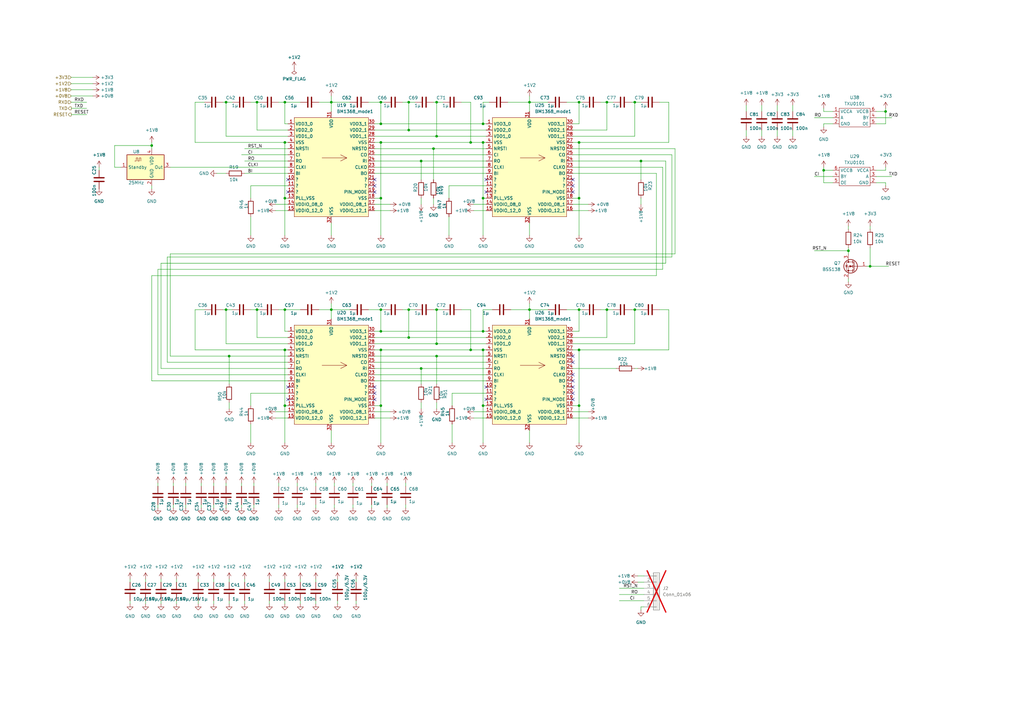
<source format=kicad_sch>
(kicad_sch (version 20231120) (generator "eeschema") (generator_version "8.0")
  (paper "A3")
  (title_block (title "BM1366 PiAxe") (date "2023-10-10") (rev "202"))
  (junction (at 217.17 41.91))
  (junction (at 262.89 66.04))
  (junction (at 156.21 41.91))
  (junction (at 167.64 127))
  (junction (at 248.92 41.91))
  (junction (at 198.12 166.37))
  (junction (at 167.64 41.91))
  (junction (at 237.49 127))
  (junction (at 92.71 127))
  (junction (at 105.41 127))
  (junction (at 92.71 41.91))
  (junction (at 179.07 127))
  (junction (at 135.89 127))
  (junction (at 116.84 166.37))
  (junction (at 237.49 166.37))
  (junction (at 156.21 50.8))
  (junction (at 356.87 109.22))
  (junction (at 62.23 59.69))
  (junction (at 116.84 127))
  (junction (at 116.84 143.51))
  (junction (at 193.04 58.42))
  (junction (at 198.12 135.89))
  (junction (at 93.98 146.05))
  (junction (at 198.12 81.28))
  (junction (at 156.21 127))
  (junction (at 237.49 81.28))
  (junction (at 237.49 58.42))
  (junction (at 260.35 41.91))
  (junction (at 177.8 60.96))
  (junction (at 193.04 143.51))
  (junction (at 172.72 151.13))
  (junction (at 198.12 50.8))
  (junction (at 363.22 45.72))
  (junction (at 156.21 135.89))
  (junction (at 237.49 143.51))
  (junction (at 135.89 41.91))
  (junction (at 179.07 146.05))
  (junction (at 260.35 127))
  (junction (at 156.21 143.51))
  (junction (at 105.41 41.91))
  (junction (at 156.21 166.37))
  (junction (at 237.49 41.91))
  (junction (at 347.98 102.87))
  (junction (at 116.84 58.42))
  (junction (at 248.92 127))
  (junction (at 179.07 140.97))
  (junction (at 172.72 66.04))
  (junction (at 217.17 127))
  (junction (at 167.64 138.43))
  (junction (at 116.84 41.91))
  (junction (at 116.84 81.28))
  (junction (at 156.21 58.42))
  (junction (at 179.07 55.88))
  (junction (at 198.12 58.42))
  (junction (at 156.21 81.28))
  (junction (at 167.64 53.34))
  (junction (at 179.07 41.91))
  (junction (at 198.12 143.51))
  (junction (at 337.82 69.85))
  (no_connect (at 234.95 73.66))
  (no_connect (at 153.67 163.83))
  (no_connect (at 153.67 158.75))
  (no_connect (at 234.95 78.74))
  (no_connect (at 118.11 163.83))
  (no_connect (at 153.67 161.29))
  (no_connect (at 234.95 153.67))
  (no_connect (at 234.95 161.29))
  (no_connect (at 234.95 148.59))
  (no_connect (at 234.95 156.21))
  (no_connect (at 153.67 73.66))
  (no_connect (at 153.67 76.2))
  (no_connect (at 234.95 158.75))
  (no_connect (at 234.95 163.83))
  (no_connect (at 199.39 158.75))
  (no_connect (at 199.39 78.74))
  (no_connect (at 199.39 163.83))
  (no_connect (at 234.95 146.05))
  (no_connect (at 199.39 73.66))
  (no_connect (at 153.67 78.74))
  (no_connect (at 118.11 78.74))
  (no_connect (at 118.11 158.75))
  (no_connect (at 118.11 73.66))
  (no_connect (at 234.95 76.2))
  (wire (pts (xy 153.67 151.13) (xy 172.72 151.13)))
  (wire (pts (xy 151.13 127) (xy 156.21 127)))
  (wire (pts (xy 87.63 246.38) (xy 87.63 247.65)))
  (wire (pts (xy 129.54 207.01) (xy 129.54 208.28)))
  (wire (pts (xy 185.42 161.29) (xy 199.39 161.29)))
  (wire (pts (xy 156.21 143.51) (xy 156.21 166.37)))
  (wire (pts (xy 62.23 59.69) (xy 62.23 60.96)))
  (wire (pts (xy 347.98 92.71) (xy 347.98 93.98)))
  (wire (pts (xy 172.72 66.04) (xy 172.72 73.66)))
  (wire (pts (xy 66.04 246.38) (xy 66.04 247.65)))
  (wire (pts (xy 66.04 107.95) (xy 66.04 151.13)))
  (wire (pts (xy 259.08 127) (xy 260.35 127)))
  (wire (pts (xy 234.95 53.34) (xy 248.92 53.34)))
  (wire (pts (xy 337.82 50.8) (xy 341.63 50.8)))
  (wire (pts (xy 167.64 138.43) (xy 199.39 138.43)))
  (wire (pts (xy 177.8 60.96) (xy 177.8 73.66)))
  (wire (pts (xy 29.21 34.29) (xy 38.1 34.29)))
  (wire (pts (xy 137.16 199.39) (xy 137.16 198.12)))
  (wire (pts (xy 179.07 55.88) (xy 179.07 41.91)))
  (wire (pts (xy 129.54 237.49) (xy 129.54 238.76)))
  (wire (pts (xy 217.17 176.53) (xy 217.17 181.61)))
  (wire (pts (xy 167.64 127) (xy 170.18 127)))
  (wire (pts (xy 246.38 127) (xy 248.92 127)))
  (wire (pts (xy 355.6 109.22) (xy 356.87 109.22)))
  (wire (pts (xy 193.04 58.42) (xy 193.04 41.91)))
  (wire (pts (xy 167.64 53.34) (xy 167.64 41.91)))
  (wire (pts (xy 64.77 198.12) (xy 64.77 199.39)))
  (wire (pts (xy 156.21 58.42) (xy 156.21 81.28)))
  (wire (pts (xy 100.33 71.12) (xy 118.11 71.12)))
  (wire (pts (xy 237.49 41.91) (xy 238.76 41.91)))
  (wire (pts (xy 347.98 101.6) (xy 347.98 102.87)))
  (wire (pts (xy 105.41 127) (xy 106.68 127)))
  (wire (pts (xy 269.24 71.12) (xy 269.24 113.03)))
  (wire (pts (xy 334.01 72.39) (xy 341.63 72.39)))
  (wire (pts (xy 274.32 127) (xy 270.51 127)))
  (wire (pts (xy 62.23 58.42) (xy 62.23 59.69)))
  (wire (pts (xy 363.22 45.72) (xy 363.22 44.45)))
  (wire (pts (xy 341.63 74.93) (xy 337.82 74.93)))
  (wire (pts (xy 64.77 207.01) (xy 64.77 208.28)))
  (wire (pts (xy 62.23 113.03) (xy 62.23 156.21)))
  (wire (pts (xy 234.95 138.43) (xy 248.92 138.43)))
  (wire (pts (xy 153.67 168.91) (xy 160.02 168.91)))
  (wire (pts (xy 153.67 148.59) (xy 199.39 148.59)))
  (wire (pts (xy 234.95 58.42) (xy 237.49 58.42)))
  (wire (pts (xy 234.95 86.36) (xy 241.3 86.36)))
  (wire (pts (xy 40.64 68.58) (xy 40.64 69.85)))
  (wire (pts (xy 363.22 76.2) (xy 363.22 74.93)))
  (wire (pts (xy 156.21 50.8) (xy 198.12 50.8)))
  (wire (pts (xy 156.21 135.89) (xy 156.21 127)))
  (wire (pts (xy 153.67 140.97) (xy 179.07 140.97)))
  (wire (pts (xy 359.41 48.26) (xy 365.76 48.26)))
  (wire (pts (xy 198.12 166.37) (xy 198.12 181.61)))
  (wire (pts (xy 261.62 238.76) (xy 264.16 238.76)))
  (wire (pts (xy 234.95 143.51) (xy 237.49 143.51)))
  (wire (pts (xy 99.06 63.5) (xy 118.11 63.5)))
  (wire (pts (xy 156.21 166.37) (xy 156.21 181.61)))
  (wire (pts (xy 104.14 207.01) (xy 104.14 208.28)))
  (wire (pts (xy 137.16 207.01) (xy 137.16 208.28)))
  (wire (pts (xy 153.67 58.42) (xy 156.21 58.42)))
  (wire (pts (xy 217.17 41.91) (xy 224.79 41.91)))
  (wire (pts (xy 153.67 146.05) (xy 179.07 146.05)))
  (wire (pts (xy 262.89 81.28) (xy 262.89 83.82)))
  (wire (pts (xy 306.07 43.18) (xy 306.07 45.72)))
  (wire (pts (xy 179.07 55.88) (xy 199.39 55.88)))
  (wire (pts (xy 271.78 68.58) (xy 234.95 68.58)))
  (wire (pts (xy 234.95 171.45) (xy 241.3 171.45)))
  (wire (pts (xy 334.01 102.87) (xy 347.98 102.87)))
  (wire (pts (xy 59.69 237.49) (xy 59.69 238.76)))
  (wire (pts (xy 217.17 124.46) (xy 217.17 127)))
  (wire (pts (xy 82.55 207.01) (xy 82.55 208.28)))
  (wire (pts (xy 76.2 207.01) (xy 76.2 208.28)))
  (wire (pts (xy 179.07 127) (xy 181.61 127)))
  (wire (pts (xy 116.84 81.28) (xy 116.84 96.52)))
  (wire (pts (xy 198.12 127) (xy 201.93 127)))
  (wire (pts (xy 46.99 59.69) (xy 46.99 68.58)))
  (wire (pts (xy 337.82 74.93) (xy 337.82 69.85)))
  (wire (pts (xy 66.04 151.13) (xy 118.11 151.13)))
  (wire (pts (xy 363.22 50.8) (xy 363.22 45.72)))
  (wire (pts (xy 237.49 50.8) (xy 237.49 41.91)))
  (wire (pts (xy 246.38 41.91) (xy 248.92 41.91)))
  (wire (pts (xy 153.67 66.04) (xy 172.72 66.04)))
  (wire (pts (xy 118.11 161.29) (xy 102.87 161.29)))
  (wire (pts (xy 123.19 246.38) (xy 123.19 247.65)))
  (wire (pts (xy 325.12 53.34) (xy 325.12 55.88)))
  (wire (pts (xy 71.12 198.12) (xy 71.12 199.39)))
  (wire (pts (xy 194.31 83.82) (xy 199.39 83.82)))
  (wire (pts (xy 248.92 41.91) (xy 251.46 41.91)))
  (wire (pts (xy 29.21 31.75) (xy 38.1 31.75)))
  (wire (pts (xy 59.69 246.38) (xy 59.69 247.65)))
  (wire (pts (xy 62.23 59.69) (xy 46.99 59.69)))
  (wire (pts (xy 93.98 246.38) (xy 93.98 247.65)))
  (wire (pts (xy 217.17 39.37) (xy 217.17 41.91)))
  (wire (pts (xy 273.05 107.95) (xy 66.04 107.95)))
  (wire (pts (xy 146.05 237.49) (xy 146.05 238.76)))
  (wire (pts (xy 237.49 166.37) (xy 237.49 181.61)))
  (wire (pts (xy 184.15 88.9) (xy 184.15 96.52)))
  (wire (pts (xy 116.84 127) (xy 116.84 135.89)))
  (wire (pts (xy 100.33 246.38) (xy 100.33 247.65)))
  (wire (pts (xy 248.92 53.34) (xy 248.92 41.91)))
  (wire (pts (xy 179.07 140.97) (xy 179.07 127)))
  (wire (pts (xy 72.39 237.49) (xy 72.39 238.76)))
  (wire (pts (xy 100.33 237.49) (xy 100.33 238.76)))
  (wire (pts (xy 275.59 63.5) (xy 234.95 63.5)))
  (wire (pts (xy 275.59 105.41) (xy 275.59 63.5)))
  (wire (pts (xy 179.07 146.05) (xy 199.39 146.05)))
  (wire (pts (xy 184.15 76.2) (xy 199.39 76.2)))
  (wire (pts (xy 177.8 81.28) (xy 177.8 83.82)))
  (wire (pts (xy 156.21 135.89) (xy 198.12 135.89)))
  (wire (pts (xy 274.32 58.42) (xy 274.32 41.91)))
  (wire (pts (xy 234.95 55.88) (xy 260.35 55.88)))
  (wire (pts (xy 234.95 140.97) (xy 260.35 140.97)))
  (wire (pts (xy 153.67 63.5) (xy 199.39 63.5)))
  (wire (pts (xy 177.8 127) (xy 179.07 127)))
  (wire (pts (xy 135.89 124.46) (xy 135.89 127)))
  (wire (pts (xy 234.95 66.04) (xy 262.89 66.04)))
  (wire (pts (xy 179.07 146.05) (xy 179.07 157.48)))
  (wire (pts (xy 153.67 55.88) (xy 179.07 55.88)))
  (wire (pts (xy 116.84 135.89) (xy 118.11 135.89)))
  (wire (pts (xy 151.13 41.91) (xy 156.21 41.91)))
  (wire (pts (xy 46.99 68.58) (xy 49.53 68.58)))
  (wire (pts (xy 153.67 71.12) (xy 199.39 71.12)))
  (wire (pts (xy 99.06 198.12) (xy 99.06 199.39)))
  (wire (pts (xy 318.77 53.34) (xy 318.77 55.88)))
  (wire (pts (xy 262.89 248.92) (xy 264.16 248.92)))
  (wire (pts (xy 217.17 127) (xy 217.17 130.81)))
  (wire (pts (xy 110.49 237.49) (xy 110.49 238.76)))
  (wire (pts (xy 114.3 41.91) (xy 116.84 41.91)))
  (wire (pts (xy 92.71 140.97) (xy 118.11 140.97)))
  (wire (pts (xy 165.1 41.91) (xy 167.64 41.91)))
  (wire (pts (xy 172.72 165.1) (xy 172.72 167.64)))
  (wire (pts (xy 237.49 135.89) (xy 237.49 127)))
  (wire (pts (xy 69.85 146.05) (xy 93.98 146.05)))
  (wire (pts (xy 274.32 143.51) (xy 274.32 127)))
  (wire (pts (xy 114.3 198.12) (xy 114.3 199.39)))
  (wire (pts (xy 135.89 91.44) (xy 135.89 96.52)))
  (wire (pts (xy 105.41 41.91) (xy 106.68 41.91)))
  (wire (pts (xy 237.49 81.28) (xy 237.49 96.52)))
  (wire (pts (xy 337.82 68.58) (xy 337.82 69.85)))
  (wire (pts (xy 156.21 81.28) (xy 156.21 96.52)))
  (wire (pts (xy 347.98 102.87) (xy 347.98 104.14)))
  (wire (pts (xy 356.87 109.22) (xy 364.49 109.22)))
  (wire (pts (xy 217.17 91.44) (xy 217.17 96.52)))
  (wire (pts (xy 273.05 66.04) (xy 273.05 107.95)))
  (wire (pts (xy 237.49 143.51) (xy 237.49 166.37)))
  (wire (pts (xy 200.66 41.91) (xy 198.12 41.91)))
  (wire (pts (xy 234.95 166.37) (xy 237.49 166.37)))
  (wire (pts (xy 123.19 237.49) (xy 123.19 238.76)))
  (wire (pts (xy 153.67 153.67) (xy 199.39 153.67)))
  (wire (pts (xy 92.71 55.88) (xy 92.71 41.91)))
  (wire (pts (xy 116.84 58.42) (xy 116.84 81.28)))
  (wire (pts (xy 172.72 151.13) (xy 172.72 157.48)))
  (wire (pts (xy 69.85 104.14) (xy 69.85 146.05)))
  (wire (pts (xy 135.89 41.91) (xy 143.51 41.91)))
  (wire (pts (xy 156.21 127) (xy 157.48 127)))
  (wire (pts (xy 116.84 143.51) (xy 116.84 166.37)))
  (wire (pts (xy 167.64 138.43) (xy 167.64 127)))
  (wire (pts (xy 158.75 199.39) (xy 158.75 198.12)))
  (wire (pts (xy 153.67 81.28) (xy 156.21 81.28)))
  (wire (pts (xy 102.87 41.91) (xy 105.41 41.91)))
  (wire (pts (xy 102.87 127) (xy 105.41 127)))
  (wire (pts (xy 105.41 138.43) (xy 105.41 127)))
  (wire (pts (xy 116.84 58.42) (xy 80.01 58.42)))
  (wire (pts (xy 194.31 168.91) (xy 199.39 168.91)))
  (wire (pts (xy 194.31 86.36) (xy 199.39 86.36)))
  (wire (pts (xy 93.98 237.49) (xy 93.98 238.76)))
  (wire (pts (xy 80.01 41.91) (xy 83.82 41.91)))
  (wire (pts (xy 156.21 41.91) (xy 157.48 41.91)))
  (wire (pts (xy 359.41 45.72) (xy 363.22 45.72)))
  (wire (pts (xy 114.3 127) (xy 116.84 127)))
  (wire (pts (xy 199.39 143.51) (xy 198.12 143.51)))
  (wire (pts (xy 337.82 44.45) (xy 337.82 45.72)))
  (wire (pts (xy 234.95 168.91) (xy 241.3 168.91)))
  (wire (pts (xy 334.01 48.26) (xy 341.63 48.26)))
  (wire (pts (xy 113.03 171.45) (xy 118.11 171.45)))
  (wire (pts (xy 217.17 41.91) (xy 217.17 45.72)))
  (wire (pts (xy 237.49 58.42) (xy 274.32 58.42)))
  (wire (pts (xy 121.92 198.12) (xy 121.92 199.39)))
  (wire (pts (xy 153.67 156.21) (xy 199.39 156.21)))
  (wire (pts (xy 184.15 76.2) (xy 184.15 81.28)))
  (wire (pts (xy 72.39 246.38) (xy 72.39 247.65)))
  (wire (pts (xy 208.28 41.91) (xy 217.17 41.91)))
  (wire (pts (xy 177.8 60.96) (xy 199.39 60.96)))
  (wire (pts (xy 135.89 176.53) (xy 135.89 181.61)))
  (wire (pts (xy 116.84 127) (xy 123.19 127)))
  (wire (pts (xy 152.4 207.01) (xy 152.4 208.28)))
  (wire (pts (xy 113.03 86.36) (xy 118.11 86.36)))
  (wire (pts (xy 68.58 148.59) (xy 118.11 148.59)))
  (wire (pts (xy 166.37 207.01) (xy 166.37 208.28)))
  (wire (pts (xy 276.86 104.14) (xy 69.85 104.14)))
  (wire (pts (xy 116.84 143.51) (xy 80.01 143.51)))
  (wire (pts (xy 68.58 105.41) (xy 275.59 105.41)))
  (wire (pts (xy 92.71 41.91) (xy 95.25 41.91)))
  (wire (pts (xy 193.04 143.51) (xy 198.12 143.51)))
  (wire (pts (xy 64.77 110.49) (xy 271.78 110.49)))
  (wire (pts (xy 363.22 69.85) (xy 363.22 68.58)))
  (wire (pts (xy 130.81 41.91) (xy 135.89 41.91)))
  (wire (pts (xy 76.2 198.12) (xy 76.2 199.39)))
  (wire (pts (xy 116.84 50.8) (xy 118.11 50.8)))
  (wire (pts (xy 144.78 207.01) (xy 144.78 208.28)))
  (wire (pts (xy 113.03 83.82) (xy 118.11 83.82)))
  (wire (pts (xy 359.41 72.39) (xy 365.76 72.39)))
  (wire (pts (xy 93.98 165.1) (xy 93.98 167.64)))
  (wire (pts (xy 177.8 41.91) (xy 179.07 41.91)))
  (wire (pts (xy 87.63 237.49) (xy 87.63 238.76)))
  (wire (pts (xy 234.95 151.13) (xy 252.73 151.13)))
  (wire (pts (xy 153.67 135.89) (xy 156.21 135.89)))
  (wire (pts (xy 102.87 161.29) (xy 102.87 166.37)))
  (wire (pts (xy 193.04 58.42) (xy 198.12 58.42)))
  (wire (pts (xy 91.44 41.91) (xy 92.71 41.91)))
  (wire (pts (xy 153.67 166.37) (xy 156.21 166.37)))
  (wire (pts (xy 356.87 101.6) (xy 356.87 109.22)))
  (wire (pts (xy 69.85 68.58) (xy 118.11 68.58)))
  (wire (pts (xy 82.55 198.12) (xy 82.55 199.39)))
  (wire (pts (xy 144.78 198.12) (xy 144.78 199.39)))
  (wire (pts (xy 359.41 69.85) (xy 363.22 69.85)))
  (wire (pts (xy 234.95 71.12) (xy 269.24 71.12)))
  (wire (pts (xy 198.12 81.28) (xy 199.39 81.28)))
  (wire (pts (xy 129.54 199.39) (xy 129.54 198.12)))
  (wire (pts (xy 198.12 41.91) (xy 198.12 50.8)))
  (wire (pts (xy 105.41 53.34) (xy 105.41 41.91)))
  (wire (pts (xy 138.43 237.49) (xy 138.43 238.76)))
  (wire (pts (xy 318.77 43.18) (xy 318.77 45.72)))
  (wire (pts (xy 100.33 60.96) (xy 118.11 60.96)))
  (wire (pts (xy 259.08 41.91) (xy 260.35 41.91)))
  (wire (pts (xy 146.05 246.38) (xy 146.05 247.65)))
  (wire (pts (xy 260.35 55.88) (xy 260.35 41.91)))
  (wire (pts (xy 88.9 71.12) (xy 92.71 71.12)))
  (wire (pts (xy 234.95 83.82) (xy 241.3 83.82)))
  (wire (pts (xy 363.22 74.93) (xy 359.41 74.93)))
  (wire (pts (xy 262.89 250.19) (xy 262.89 248.92)))
  (wire (pts (xy 135.89 127) (xy 143.51 127)))
  (wire (pts (xy 153.67 171.45) (xy 160.02 171.45)))
  (wire (pts (xy 194.31 171.45) (xy 199.39 171.45)))
  (wire (pts (xy 356.87 92.71) (xy 356.87 93.98)))
  (wire (pts (xy 116.84 166.37) (xy 118.11 166.37)))
  (wire (pts (xy 121.92 207.01) (xy 121.92 208.28)))
  (wire (pts (xy 198.12 143.51) (xy 198.12 166.37)))
  (wire (pts (xy 312.42 43.18) (xy 312.42 45.72)))
  (wire (pts (xy 153.67 86.36) (xy 160.02 86.36)))
  (wire (pts (xy 234.95 60.96) (xy 276.86 60.96)))
  (wire (pts (xy 102.87 76.2) (xy 102.87 81.28)))
  (wire (pts (xy 172.72 151.13) (xy 199.39 151.13)))
  (wire (pts (xy 260.35 127) (xy 262.89 127)))
  (wire (pts (xy 91.44 127) (xy 92.71 127)))
  (wire (pts (xy 248.92 138.43) (xy 248.92 127)))
  (wire (pts (xy 116.84 246.38) (xy 116.84 247.65)))
  (wire (pts (xy 193.04 143.51) (xy 193.04 127)))
  (wire (pts (xy 80.01 127) (xy 83.82 127)))
  (wire (pts (xy 254 246.38) (xy 264.16 246.38)))
  (wire (pts (xy 153.67 68.58) (xy 199.39 68.58)))
  (wire (pts (xy 156.21 50.8) (xy 156.21 41.91)))
  (wire (pts (xy 325.12 43.18) (xy 325.12 45.72)))
  (wire (pts (xy 167.64 53.34) (xy 199.39 53.34)))
  (wire (pts (xy 337.82 45.72) (xy 341.63 45.72)))
  (wire (pts (xy 29.21 39.37) (xy 38.1 39.37)))
  (wire (pts (xy 217.17 127) (xy 224.79 127)))
  (wire (pts (xy 93.98 146.05) (xy 93.98 157.48)))
  (wire (pts (xy 347.98 114.3) (xy 347.98 115.57)))
  (wire (pts (xy 116.84 81.28) (xy 118.11 81.28)))
  (wire (pts (xy 237.49 58.42) (xy 237.49 81.28)))
  (wire (pts (xy 260.35 140.97) (xy 260.35 127)))
  (wire (pts (xy 93.98 146.05) (xy 118.11 146.05)))
  (wire (pts (xy 199.39 58.42) (xy 198.12 58.42)))
  (wire (pts (xy 135.89 39.37) (xy 135.89 41.91)))
  (wire (pts (xy 260.35 41.91) (xy 262.89 41.91)))
  (wire (pts (xy 104.14 198.12) (xy 104.14 199.39)))
  (wire (pts (xy 102.87 76.2) (xy 118.11 76.2)))
  (wire (pts (xy 234.95 50.8) (xy 237.49 50.8)))
  (wire (pts (xy 116.84 237.49) (xy 116.84 238.76)))
  (wire (pts (xy 337.82 52.07) (xy 337.82 50.8)))
  (wire (pts (xy 130.81 127) (xy 135.89 127)))
  (wire (pts (xy 167.64 41.91) (xy 170.18 41.91)))
  (wire (pts (xy 135.89 41.91) (xy 135.89 45.72)))
  (wire (pts (xy 193.04 41.91) (xy 189.23 41.91)))
  (wire (pts (xy 64.77 153.67) (xy 118.11 153.67)))
  (wire (pts (xy 92.71 55.88) (xy 118.11 55.88)))
  (wire (pts (xy 64.77 153.67) (xy 64.77 110.49)))
  (wire (pts (xy 234.95 135.89) (xy 237.49 135.89)))
  (wire (pts (xy 198.12 81.28) (xy 198.12 96.52)))
  (wire (pts (xy 153.67 138.43) (xy 167.64 138.43)))
  (wire (pts (xy 232.41 127) (xy 237.49 127)))
  (wire (pts (xy 248.92 127) (xy 251.46 127)))
  (wire (pts (xy 100.33 66.04) (xy 118.11 66.04)))
  (wire (pts (xy 92.71 127) (xy 95.25 127)))
  (wire (pts (xy 153.67 143.51) (xy 156.21 143.51)))
  (wire (pts (xy 113.03 168.91) (xy 118.11 168.91)))
  (wire (pts (xy 232.41 41.91) (xy 237.49 41.91)))
  (wire (pts (xy 87.63 198.12) (xy 87.63 199.39)))
  (wire (pts (xy 254 241.3) (xy 264.16 241.3)))
  (wire (pts (xy 234.95 81.28) (xy 237.49 81.28)))
  (wire (pts (xy 105.41 53.34) (xy 118.11 53.34)))
  (wire (pts (xy 138.43 246.38) (xy 138.43 247.65)))
  (wire (pts (xy 102.87 173.99) (xy 102.87 181.61)))
  (wire (pts (xy 179.07 41.91) (xy 181.61 41.91)))
  (wire (pts (xy 62.23 76.2) (xy 62.23 77.47)))
  (wire (pts (xy 80.01 143.51) (xy 80.01 127)))
  (wire (pts (xy 102.87 88.9) (xy 102.87 96.52)))
  (wire (pts (xy 92.71 207.01) (xy 92.71 208.28)))
  (wire (pts (xy 179.07 165.1) (xy 179.07 167.64)))
  (wire (pts (xy 158.75 207.01) (xy 158.75 208.28)))
  (wire (pts (xy 81.28 246.38) (xy 81.28 247.65)))
  (wire (pts (xy 185.42 161.29) (xy 185.42 166.37)))
  (wire (pts (xy 92.71 198.12) (xy 92.71 199.39)))
  (wire (pts (xy 306.07 53.34) (xy 306.07 55.88)))
  (wire (pts (xy 87.63 207.01) (xy 87.63 208.28)))
  (wire (pts (xy 337.82 69.85) (xy 341.63 69.85)))
  (wire (pts (xy 260.35 151.13) (xy 261.62 151.13)))
  (wire (pts (xy 62.23 156.21) (xy 118.11 156.21)))
  (wire (pts (xy 92.71 140.97) (xy 92.71 127)))
  (wire (pts (xy 179.07 140.97) (xy 199.39 140.97)))
  (wire (pts (xy 262.89 66.04) (xy 273.05 66.04)))
  (wire (pts (xy 68.58 148.59) (xy 68.58 105.41)))
  (wire (pts (xy 129.54 246.38) (xy 129.54 247.65)))
  (wire (pts (xy 153.67 53.34) (xy 167.64 53.34)))
  (wire (pts (xy 116.84 41.91) (xy 123.19 41.91)))
  (wire (pts (xy 271.78 110.49) (xy 271.78 68.58)))
  (wire (pts (xy 118.11 58.42) (xy 116.84 58.42)))
  (wire (pts (xy 135.89 127) (xy 135.89 130.81)))
  (wire (pts (xy 261.62 236.22) (xy 264.16 236.22)))
  (wire (pts (xy 156.21 143.51) (xy 193.04 143.51)))
  (wire (pts (xy 71.12 207.01) (xy 71.12 208.28)))
  (wire (pts (xy 118.11 143.51) (xy 116.84 143.51)))
  (wire (pts (xy 172.72 81.28) (xy 172.72 83.82)))
  (wire (pts (xy 269.24 113.03) (xy 62.23 113.03)))
  (wire (pts (xy 29.21 41.91) (xy 35.56 41.91)))
  (wire (pts (xy 81.28 237.49) (xy 81.28 238.76)))
  (wire (pts (xy 237.49 143.51) (xy 274.32 143.51)))
  (wire (pts (xy 116.84 41.91) (xy 116.84 50.8)))
  (wire (pts (xy 166.37 199.39) (xy 166.37 198.12)))
  (wire (pts (xy 172.72 66.04) (xy 199.39 66.04)))
  (wire (pts (xy 274.32 41.91) (xy 270.51 41.91)))
  (wire (pts (xy 165.1 127) (xy 167.64 127)))
  (wire (pts (xy 198.12 127) (xy 198.12 135.89)))
  (wire (pts (xy 105.41 138.43) (xy 118.11 138.43)))
  (wire (pts (xy 53.34 237.49) (xy 53.34 238.76)))
  (wire (pts (xy 156.21 58.42) (xy 193.04 58.42)))
  (wire (pts (xy 66.04 237.49) (xy 66.04 238.76)))
  (wire (pts (xy 153.67 83.82) (xy 160.02 83.82)))
  (wire (pts (xy 209.55 127) (xy 217.17 127)))
  (wire (pts (xy 262.89 66.04) (xy 262.89 73.66)))
  (wire (pts (xy 198.12 58.42) (xy 198.12 81.28)))
  (wire (pts (xy 110.49 246.38) (xy 110.49 247.65)))
  (wire (pts (xy 153.67 60.96) (xy 177.8 60.96)))
  (wire (pts (xy 153.67 50.8) (xy 156.21 50.8)))
  (wire (pts (xy 359.41 50.8) (xy 363.22 50.8)))
  (wire (pts (xy 114.3 207.01) (xy 114.3 208.28)))
  (wire (pts (xy 193.04 127) (xy 189.23 127)))
  (wire (pts (xy 116.84 166.37) (xy 116.84 181.61)))
  (wire (pts (xy 29.21 44.45) (xy 35.56 44.45)))
  (wire (pts (xy 312.42 53.34) (xy 312.42 55.88)))
  (wire (pts (xy 152.4 198.12) (xy 152.4 199.39)))
  (wire (pts (xy 185.42 173.99) (xy 185.42 181.61)))
  (wire (pts (xy 254 243.84) (xy 264.16 243.84)))
  (wire (pts (xy 80.01 58.42) (xy 80.01 41.91)))
  (wire (pts (xy 276.86 60.96) (xy 276.86 104.14)))
  (wire (pts (xy 198.12 50.8) (xy 199.39 50.8)))
  (wire (pts (xy 99.06 207.01) (xy 99.06 208.28)))
  (wire (pts (xy 237.49 127) (xy 238.76 127)))
  (wire (pts (xy 29.21 46.99) (xy 35.56 46.99)))
  (wire (pts (xy 53.34 246.38) (xy 53.34 247.65)))
  (wire (pts (xy 29.21 36.83) (xy 38.1 36.83)))
  (wire (pts (xy 198.12 135.89) (xy 199.39 135.89)))
  (wire (pts (xy 198.12 166.37) (xy 199.39 166.37)))
  (label "RO" (at 334.01 48.26 0))
  (label "RESET" (at 363.22 109.22 0))
  (label "RST_N" (at 261.62 241.3 180))
  (label "RO" (at 101.6 66.04 0))
  (label "CI" (at 260.35 246.38 180))
  (label "CLKI" (at 101.6 68.58 0))
  (label "TXD" (at 30.48 44.45 0))
  (label "RXD" (at 30.48 41.91 0))
  (label "RST_N" (at 101.6 60.96 0))
  (label "TXD" (at 364.49 72.39 0))
  (label "RST_N" (at 339.09 102.87 180))
  (label "RXD" (at 364.49 48.26 0))
  (label "RESET" (at 30.48 46.99 0))
  (label "RO" (at 261.62 243.84 180))
  (label "BI" (at 101.6 71.12 0))
  (label "CI" (at 101.6 63.5 0))
  (label "CI" (at 334.01 72.39 0))
  (hierarchical_label "+3V3" (shape input) (at 29.21 31.75 180))
  (hierarchical_label "+0V8" (shape input) (at 29.21 39.37 180))
  (hierarchical_label "+1V8" (shape input) (at 29.21 36.83 180))
  (hierarchical_label "TXD" (shape output) (at 29.21 44.45 180))
  (hierarchical_label "RESET" (shape output) (at 29.21 46.99 180))
  (hierarchical_label "+1V2" (shape input) (at 29.21 34.29 180))
  (hierarchical_label "RXD" (shape input) (at 29.21 41.91 180))
  (symbol (lib_id "Device:R") (at 347.98 97.79 180) (unit 1)
    (property "Reference" "R24" (at 349.885 96.52 0) (effects (justify right)))
    (property "Value" "10k" (at 349.885 99.06 0) (effects (justify right)))
    (property "Footprint" "Resistor_SMD:R_0805_2012Metric" (effects (hide yes)))
  )
  (symbol (lib_id "power:GND") (at 64.77 208.28 0) (mirror y) (unit 1)
    (property "Reference" "#PWR062" (effects (hide yes)))
    (property "Value" "GND" (at 64.77 212.725 0))
  )
  (symbol (lib_name "GND_7") (lib_id "power:GND") (at 123.19 247.65 0) (unit 1)
    (property "Reference" "#PWR0102" (effects (hide yes)))
    (property "Value" "GND" (at 123.19 252.73 0))
  )
  (symbol (lib_id "power:GND") (at 312.42 55.88 0) (mirror y) (unit 1)
    (property "Reference" "#PWR0150" (effects (hide yes)))
    (property "Value" "GND" (at 312.42 60.325 0))
  )
  (symbol (lib_id "Device:C") (at 173.99 127 90) (unit 1)
    (property "Reference" "C70" (at 171.45 124.46 90) (effects (justify left bottom)))
    (property "Value" "1µ" (at 172.72 127.635 90) (effects (justify left bottom)))
    (property "Footprint" "Capacitor_SMD:C_0805_2012Metric" (effects (hide yes)))
  )
  (symbol (lib_name "GND_7") (lib_id "power:GND") (at 81.28 247.65 0) (unit 1)
    (property "Reference" "#PWR070" (effects (hide yes)))
    (property "Value" "GND" (at 81.28 252.73 0))
  )
  (symbol (lib_id "mylib7:TXU0101DCK") (at 350.52 48.26 0) (unit 1)
    (property "Reference" "U38" (at 350.52 40.005 0))
    (property "Value" "TXU0101" (at 350.52 42.545 0))
    (property "Footprint" "Package_TO_SOT_SMD:SOT-363_SC-70-6" (effects (hide yes)))
    (property "Distributor" "D" (effects (hide yes)))
    (property "Manufacturer" "TXU0101DCKR" (effects (hide yes)))
    (property "OrderNr" "296-TXU0101DCKRCT-ND" (effects (hide yes)))
  )
  (symbol (lib_id "power:+1V2") (at 38.1 34.29 270) (unit 1)
    (property "Reference" "#PWR050" (effects (hide yes)))
    (property "Value" "+1V2" (at 41.275 34.29 90) (effects (justify left)))
  )
  (symbol (lib_id "Device:C") (at 92.71 203.2 180) (unit 1)
    (property "Reference" "C40" (at 90.17 205.74 90) (effects (justify left bottom)))
    (property "Value" "1µ" (at 93.345 204.47 90) (effects (justify left bottom)))
    (property "Footprint" "Capacitor_SMD:C_0805_2012Metric" (effects (hide yes)))
  )
  (symbol (lib_id "mylib7:+0V8") (at 113.03 168.91 90) (unit 1)
    (property "Reference" "U18" (effects (hide yes)))
    (property "Value" "+0V8" (at 113.665 167.64 90) (effects (justify left)))
    (property "Distributor" "-" (effects (hide yes)))
  )
  (symbol (lib_id "power:+1V8") (at 62.23 58.42 0) (unit 1)
    (property "Reference" "#PWR060" (effects (hide yes)))
    (property "Value" "+1V8" (at 62.23 53.34 0))
  )
  (symbol (lib_id "power:+1V8") (at 312.42 43.18 0) (unit 1)
    (property "Reference" "#PWR0149" (effects (hide yes)))
    (property "Value" "+1V8" (at 312.42 38.1 0))
  )
  (symbol (lib_id "power:+1V8") (at 261.62 236.22 90) (unit 1)
    (property "Reference" "#PWR0190" (effects (hide yes)))
    (property "Value" "+1V8" (at 258.445 236.22 90) (effects (justify left)))
  )
  (symbol (lib_id "power:+1V8") (at 347.98 92.71 0) (unit 1)
    (property "Reference" "#PWR0155" (effects (hide yes)))
    (property "Value" "+1V8" (at 347.98 87.63 0))
  )
  (symbol (lib_name "GND_7") (lib_id "power:GND") (at 72.39 247.65 0) (unit 1)
    (property "Reference" "#PWR067" (effects (hide yes)))
    (property "Value" "GND" (at 72.39 252.73 0))
  )
  (symbol (lib_id "power:+1V2") (at 93.98 237.49 0) (unit 1)
    (property "Reference" "#PWR079" (effects (hide yes)))
    (property "Value" "+1V2" (at 93.98 232.41 0))
  )
  (symbol (lib_id "power:GND") (at 217.17 181.61 0) (mirror y) (unit 1)
    (property "Reference" "#PWR0134" (effects (hide yes)))
    (property "Value" "GND" (at 217.17 186.055 0))
  )
  (symbol (lib_id "power:+1V2") (at 217.17 39.37 0) (unit 1)
    (property "Reference" "#PWR0131" (effects (hide yes)))
    (property "Value" "+1V2" (at 217.17 34.925 0))
  )
  (symbol (lib_id "power:GND") (at 217.17 96.52 0) (mirror y) (unit 1)
    (property "Reference" "#PWR0132" (effects (hide yes)))
    (property "Value" "GND" (at 217.17 100.965 0))
  )
  (symbol (lib_id "Device:R") (at 172.72 77.47 0) (unit 1)
    (property "Reference" "R20" (at 170.434 76.962 90))
    (property "Value" "10k" (at 174.625 76.835 90))
    (property "Footprint" "Resistor_SMD:R_0805_2012Metric" (effects (hide yes)))
  )
  (symbol (lib_id "power:GND") (at 166.37 208.28 0) (mirror y) (unit 1)
    (property "Reference" "#PWR0124" (effects (hide yes)))
    (property "Value" "GND" (at 166.37 212.725 0))
  )
  (symbol (lib_id "Device:C") (at 99.06 127 90) (unit 1)
    (property "Reference" "C43" (at 96.52 124.46 90) (effects (justify left bottom)))
    (property "Value" "1µ" (at 97.79 127.635 90) (effects (justify left bottom)))
    (property "Footprint" "Capacitor_SMD:C_0805_2012Metric" (effects (hide yes)))
  )
  (symbol (lib_id "power:+1V8") (at 113.03 86.36 90) (unit 1)
    (property "Reference" "#PWR091" (effects (hide yes)))
    (property "Value" "+1V8" (at 107.95 86.36 90))
  )
  (symbol (lib_id "power:+1V2") (at 123.19 237.49 0) (unit 1)
    (property "Reference" "#PWR0101" (effects (hide yes)))
    (property "Value" "+1V2" (at 123.19 232.41 0))
  )
  (symbol (lib_id "power:+1V2") (at 66.04 237.49 0) (unit 1)
    (property "Reference" "#PWR063" (effects (hide yes)))
    (property "Value" "+1V2" (at 66.04 232.41 0))
  )
  (symbol (lib_id "power:+3V3") (at 363.22 44.45 0) (unit 1)
    (property "Reference" "#PWR0144" (effects (hide yes)))
    (property "Value" "+3V3" (at 363.22 39.37 0))
  )
  (symbol (lib_id "power:+1V8") (at 144.78 198.12 0) (unit 1)
    (property "Reference" "#PWR0113" (effects (hide yes)))
    (property "Value" "+1V8" (at 144.78 194.31 0))
  )
  (symbol (lib_id "power:GND") (at 237.49 181.61 0) (mirror y) (unit 1)
    (property "Reference" "#PWR0136" (effects (hide yes)))
    (property "Value" "GND" (at 237.49 186.055 0))
  )
  (symbol (lib_id "Device:C") (at 185.42 41.91 90) (unit 1)
    (property "Reference" "C71" (at 182.88 39.37 90) (effects (justify left bottom)))
    (property "Value" "1µ" (at 184.15 42.545 90) (effects (justify left bottom)))
    (property "Footprint" "Capacitor_SMD:C_0805_2012Metric" (effects (hide yes)))
  )
  (symbol (lib_id "power:+1V2") (at 87.63 237.49 0) (unit 1)
    (property "Reference" "#PWR073" (effects (hide yes)))
    (property "Value" "+1V2" (at 87.63 232.41 0))
  )
  (symbol (lib_id "power:GND") (at 135.89 96.52 0) (mirror y) (unit 1)
    (property "Reference" "#PWR0108" (effects (hide yes)))
    (property "Value" "GND" (at 135.89 100.965 0))
  )
  (symbol (lib_id "Device:R") (at 185.42 170.18 0) (mirror y) (unit 1)
    (property "Reference" "R45" (at 181.61 168.91 90))
    (property "Value" "1k" (at 183.515 169.545 90))
    (property "Footprint" "Resistor_SMD:R_0805_2012Metric" (effects (hide yes)))
  )
  (symbol (lib_name "GND_4") (lib_id "power:GND") (at 88.9 71.12 270) (unit 1)
    (property "Reference" "#PWR075" (effects (hide yes)))
    (property "Value" "GND" (at 85.725 71.12 90) (effects (justify right)))
  )
  (symbol (lib_id "mylib7:+0V8") (at 241.3 83.82 270) (unit 1)
    (property "Reference" "U27" (effects (hide yes)))
    (property "Value" "+0V8" (at 244.475 83.82 90) (effects (justify left)))
    (property "Distributor" "-" (effects (hide yes)))
  )
  (symbol (lib_id "power:+1V8") (at 160.02 86.36 270) (unit 1)
    (property "Reference" "#PWR0121" (effects (hide yes)))
    (property "Value" "+1V8" (at 165.1 86.36 90))
  )
  (symbol (lib_id "power:+1V8") (at 38.1 36.83 270) (unit 1)
    (property "Reference" "#PWR051" (effects (hide yes)))
    (property "Value" "+1V8" (at 41.275 36.83 90) (effects (justify left)))
  )
  (symbol (lib_id "power:+1V8") (at 152.4 198.12 0) (unit 1)
    (property "Reference" "#PWR0115" (effects (hide yes)))
    (property "Value" "+1V8" (at 152.4 194.31 0))
  )
  (symbol (lib_id "mylib7:+0V8") (at 99.06 198.12 0) (unit 1)
    (property "Reference" "U15" (effects (hide yes)))
    (property "Value" "+0V8" (at 99.06 194.945 90) (effects (justify left)))
    (property "Distributor" "-" (effects (hide yes)))
  )
  (symbol (lib_id "power:GND") (at 92.71 208.28 0) (mirror y) (unit 1)
    (property "Reference" "#PWR078" (effects (hide yes)))
    (property "Value" "GND" (at 92.71 212.725 0))
  )
  (symbol (lib_id "mylib7:+0V8") (at 160.02 83.82 270) (unit 1)
    (property "Reference" "U21" (effects (hide yes)))
    (property "Value" "+0V8" (at 163.195 83.82 90) (effects (justify left)))
    (property "Distributor" "-" (effects (hide yes)))
  )
  (symbol (lib_id "power:GND") (at 71.12 208.28 0) (mirror y) (unit 1)
    (property "Reference" "#PWR065" (effects (hide yes)))
    (property "Value" "GND" (at 71.12 212.725 0))
  )
  (symbol (lib_id "mylib7:+0V8") (at 71.12 198.12 0) (unit 1)
    (property "Reference" "U10" (effects (hide yes)))
    (property "Value" "+0V8" (at 71.12 194.945 90) (effects (justify left)))
    (property "Distributor" "-" (effects (hide yes)))
  )
  (symbol (lib_id "Device:R") (at 93.98 161.29 180) (unit 1)
    (property "Reference" "R50" (at 90.17 162.56 90))
    (property "Value" "10k" (at 92.075 161.925 90))
    (property "Footprint" "Resistor_SMD:R_0805_2012Metric" (effects (hide yes)))
  )
  (symbol (lib_id "Device:C") (at 173.99 41.91 90) (unit 1)
    (property "Reference" "C69" (at 171.45 39.37 90) (effects (justify left bottom)))
    (property "Value" "1µ" (at 172.72 42.545 90) (effects (justify left bottom)))
    (property "Footprint" "Capacitor_SMD:C_0805_2012Metric" (effects (hide yes)))
  )
  (symbol (lib_id "Device:R") (at 177.8 77.47 0) (mirror x) (unit 1)
    (property "Reference" "R49" (at 181.102 77.978 90))
    (property "Value" "10k" (at 179.705 78.105 90))
    (property "Footprint" "Resistor_SMD:R_0805_2012Metric" (effects (hide yes)))
  )
  (symbol (lib_id "Device:C") (at 110.49 242.57 0) (unit 1)
    (property "Reference" "C49" (at 111.125 240.665 0) (effects (justify left bottom)))
    (property "Value" "100n" (at 111.76 246.38 0) (effects (justify left bottom)))
    (property "Footprint" "Capacitor_SMD:C_0805_2012Metric" (effects (hide yes)))
  )
  (symbol (lib_id "Device:C") (at 76.2 203.2 180) (unit 1)
    (property "Reference" "C32" (at 73.66 205.74 90) (effects (justify left bottom)))
    (property "Value" "1µ" (at 76.835 204.47 90) (effects (justify left bottom)))
    (property "Footprint" "Capacitor_SMD:C_0805_2012Metric" (effects (hide yes)))
  )
  (symbol (lib_id "mylib7:+0V8") (at 87.63 198.12 0) (unit 1)
    (property "Reference" "U13" (effects (hide yes)))
    (property "Value" "+0V8" (at 87.63 194.945 90) (effects (justify left)))
    (property "Distributor" "-" (effects (hide yes)))
  )
  (symbol (lib_id "Device:C") (at 138.43 242.57 0) (unit 1)
    (property "Reference" "C55" (at 137.16 241.3 90) (effects (justify left)))
    (property "Value" "100µ/6.3V" (at 142.24 246.38 90) (effects (justify left)))
    (property "Footprint" "Capacitor_SMD:C_1210_3225Metric" (effects (hide yes)))
    (property "Distributor" "D" (effects (hide yes)))
    (property "Manufacturer" "C1210C107M9PAC7800" (effects (hide yes)))
    (property "OrderNr" "399-C1210C107M9PAC7800CT-ND" (effects (hide yes)))
    (instances (project "power" (path "" (reference "C55") (unit 1))) (project "qaxe" (path "" (reference "C15") (unit 1))))
  )
  (symbol (lib_id "mylib7:+0V8") (at 194.31 168.91 90) (unit 1)
    (property "Reference" "U24" (effects (hide yes)))
    (property "Value" "+0V8" (at 194.945 167.64 90) (effects (justify left)))
    (property "Distributor" "-" (effects (hide yes)))
  )
  (symbol (lib_id "power:GND") (at 198.12 181.61 0) (mirror y) (unit 1)
    (property "Reference" "#PWR0130" (effects (hide yes)))
    (property "Value" "GND" (at 198.12 186.055 0))
  )
  (symbol (lib_id "Device:C") (at 242.57 127 90) (unit 1)
    (property "Reference" "C76" (at 240.03 124.46 90) (effects (justify left bottom)))
    (property "Value" "1µ" (at 241.3 127.635 90) (effects (justify left bottom)))
    (property "Footprint" "Capacitor_SMD:C_0805_2012Metric" (effects (hide yes)))
  )
  (symbol (lib_id "Device:R") (at 172.72 161.29 0) (unit 1)
    (property "Reference" "R21" (at 176.53 160.02 90))
    (property "Value" "10k" (at 174.625 160.655 90))
    (property "Footprint" "Resistor_SMD:R_0805_2012Metric" (effects (hide yes)))
  )
  (symbol (lib_id "power:GND") (at 184.15 96.52 0) (mirror y) (unit 1)
    (property "Reference" "#PWR0234" (effects (hide yes)))
    (property "Value" "GND" (at 184.15 100.965 0))
  )
  (symbol (lib_name "GND_1") (lib_id "power:GND") (at 363.22 76.2 0) (mirror y) (unit 1)
    (property "Reference" "#PWR0146" (effects (hide yes)))
    (property "Value" "GND" (at 363.22 81.28 0))
  )
  (symbol (lib_id "power:GND") (at 144.78 208.28 0) (mirror y) (unit 1)
    (property "Reference" "#PWR0114" (effects (hide yes)))
    (property "Value" "GND" (at 144.78 212.725 0))
  )
  (symbol (lib_id "power:GND") (at 102.87 96.52 0) (mirror y) (unit 1)
    (property "Reference" "#PWR0233" (effects (hide yes)))
    (property "Value" "GND" (at 102.87 100.965 0))
  )
  (symbol (lib_id "Device:C") (at 166.37 203.2 0) (unit 1)
    (property "Reference" "C68" (at 167.64 201.295 0) (effects (justify left bottom)))
    (property "Value" "1µ" (at 167.64 206.375 0) (effects (justify left bottom)))
    (property "Footprint" "Capacitor_SMD:C_0805_2012Metric" (effects (hide yes)))
  )
  (symbol (lib_id "power:+1V8") (at 194.31 86.36 90) (unit 1)
    (property "Reference" "#PWR0127" (effects (hide yes)))
    (property "Value" "+1V8" (at 189.23 86.36 90))
  )
  (symbol (lib_id "power:+1V8") (at 172.72 167.64 180) (unit 1)
    (property "Reference" "#PWR0126" (effects (hide yes)))
    (property "Value" "+1V8" (at 172.72 172.72 90))
  )
  (symbol (lib_id "power:+1V2") (at 81.28 237.49 0) (unit 1)
    (property "Reference" "#PWR069" (effects (hide yes)))
    (property "Value" "+1V2" (at 81.28 232.41 0))
  )
  (symbol (lib_id "power:+1V8") (at 113.03 171.45 90) (unit 1)
    (property "Reference" "#PWR092" (effects (hide yes)))
    (property "Value" "+1V8" (at 107.95 171.45 90))
  )
  (symbol (lib_id "mylib7:+0V8") (at 113.03 83.82 90) (unit 1)
    (property "Reference" "U17" (effects (hide yes)))
    (property "Value" "+0V8" (at 113.665 82.55 90) (effects (justify left)))
    (property "Distributor" "-" (effects (hide yes)))
  )
  (symbol (lib_id "Device:R") (at 356.87 97.79 180) (unit 1)
    (property "Reference" "R25" (at 358.775 96.52 0) (effects (justify right)))
    (property "Value" "10k" (at 358.775 99.06 0) (effects (justify right)))
    (property "Footprint" "Resistor_SMD:R_0805_2012Metric" (effects (hide yes)))
  )
  (symbol (lib_id "power:+1V8") (at 137.16 198.12 0) (unit 1)
    (property "Reference" "#PWR0111" (effects (hide yes)))
    (property "Value" "+1V8" (at 137.16 194.31 0))
  )
  (symbol (lib_id "power:GND") (at 104.14 208.28 0) (mirror y) (unit 1)
    (property "Reference" "#PWR086" (effects (hide yes)))
    (property "Value" "GND" (at 104.14 212.725 0))
  )
  (symbol (lib_id "power:GND") (at 138.43 247.65 0) (mirror y) (unit 1)
    (property "Reference" "#PWR087" (effects (hide yes)))
    (property "Value" "GND" (at 138.43 252.73 0))
  )
  (symbol (lib_id "power:+1V2") (at 120.65 27.94 0) (unit 1)
    (property "Reference" "#PWR01" (effects (hide yes)))
    (property "Value" "+1V2" (at 120.65 23.495 0))
  )
  (symbol (lib_id "power:+1V2") (at 53.34 237.49 0) (unit 1)
    (property "Reference" "#PWR056" (effects (hide yes)))
    (property "Value" "+1V2" (at 53.34 232.41 0))
  )
  (symbol (lib_id "power:+1V8") (at 158.75 198.12 0) (unit 1)
    (property "Reference" "#PWR0119" (effects (hide yes)))
    (property "Value" "+1V8" (at 158.75 194.31 0))
  )
  (symbol (lib_id "power:+1V8") (at 337.82 44.45 0) (unit 1)
    (property "Reference" "#PWR0141" (effects (hide yes)))
    (property "Value" "+1V8" (at 337.82 39.37 0))
  )
  (symbol (lib_id "Device:C") (at 325.12 49.53 0) (unit 1)
    (property "Reference" "C84" (at 326.39 47.625 0) (effects (justify left bottom)))
    (property "Value" "100n" (at 326.39 53.34 0) (effects (justify left bottom)))
    (property "Footprint" "Capacitor_SMD:C_0805_2012Metric" (effects (hide yes)))
  )
  (symbol (lib_id "Device:C") (at 147.32 127 90) (unit 1)
    (property "Reference" "C63" (at 144.145 124.46 90) (effects (justify left bottom)))
    (property "Value" "1µ" (at 146.05 127.635 90) (effects (justify left bottom)))
    (property "Footprint" "Capacitor_SMD:C_0805_2012Metric" (effects (hide yes)))
  )
  (symbol (lib_id "Device:C") (at 81.28 242.57 0) (unit 1)
    (property "Reference" "C33" (at 81.915 240.665 0) (effects (justify left bottom)))
    (property "Value" "1µ" (at 82.55 246.38 0) (effects (justify left bottom)))
    (property "Footprint" "Capacitor_SMD:C_0805_2012Metric" (effects (hide yes)))
  )
  (symbol (lib_id "Device:C") (at 306.07 49.53 0) (unit 1)
    (property "Reference" "C81" (at 307.34 47.625 0) (effects (justify left bottom)))
    (property "Value" "100n" (at 307.34 53.34 0) (effects (justify left bottom)))
    (property "Footprint" "Capacitor_SMD:C_0805_2012Metric" (effects (hide yes)))
  )
  (symbol (lib_id "power:+1V2") (at 138.43 237.49 0) (unit 1)
    (property "Reference" "#PWR076" (effects (hide yes)))
    (property "Value" "+1V2" (at 138.43 232.41 0))
  )
  (symbol (lib_id "Device:R") (at 96.52 71.12 90) (unit 1)
    (property "Reference" "R19" (at 95.885 68.58 90))
    (property "Value" "10k" (at 95.885 73.66 90))
    (property "Footprint" "Resistor_SMD:R_0805_2012Metric" (effects (hide yes)))
  )
  (symbol (lib_id "Device:C") (at 185.42 127 90) (unit 1)
    (property "Reference" "C72" (at 182.88 124.46 90) (effects (justify left bottom)))
    (property "Value" "1µ" (at 184.15 127.635 90) (effects (justify left bottom)))
    (property "Footprint" "Capacitor_SMD:C_0805_2012Metric" (effects (hide yes)))
  )
  (symbol (lib_id "power:+3V3") (at 318.77 43.18 0) (unit 1)
    (property "Reference" "#PWR0151" (effects (hide yes)))
    (property "Value" "+3V3" (at 318.77 38.735 0))
  )
  (symbol (lib_id "mylib7:+0V8") (at 64.77 198.12 0) (unit 1)
    (property "Reference" "U9" (effects (hide yes)))
    (property "Value" "+0V8" (at 64.77 194.945 90) (effects (justify left)))
    (property "Distributor" "-" (effects (hide yes)))
  )
  (symbol (lib_id "mylib7:+0V8") (at 194.31 83.82 90) (unit 1)
    (property "Reference" "U23" (effects (hide yes)))
    (property "Value" "+0V8" (at 194.945 82.55 90) (effects (justify left)))
    (property "Distributor" "-" (effects (hide yes)))
  )
  (symbol (lib_id "Device:C") (at 99.06 203.2 180) (unit 1)
    (property "Reference" "C44" (at 96.52 205.74 90) (effects (justify left bottom)))
    (property "Value" "1µ" (at 99.695 204.47 90) (effects (justify left bottom)))
    (property "Footprint" "Capacitor_SMD:C_0805_2012Metric" (effects (hide yes)))
  )
  (symbol (lib_id "power:+1V2") (at 59.69 237.49 0) (unit 1)
    (property "Reference" "#PWR058" (effects (hide yes)))
    (property "Value" "+1V2" (at 59.69 232.41 0))
  )
  (symbol (lib_id "Device:C") (at 228.6 41.91 90) (unit 1)
    (property "Reference" "C73" (at 225.425 39.37 90) (effects (justify left bottom)))
    (property "Value" "1µ" (at 227.33 42.545 90) (effects (justify left bottom)))
    (property "Footprint" "Capacitor_SMD:C_0805_2012Metric" (effects (hide yes)))
  )
  (symbol (lib_id "Device:C") (at 318.77 49.53 0) (unit 1)
    (property "Reference" "C83" (at 320.04 47.625 0) (effects (justify left bottom)))
    (property "Value" "100n" (at 320.04 53.34 0) (effects (justify left bottom)))
    (property "Footprint" "Capacitor_SMD:C_0805_2012Metric" (effects (hide yes)))
  )
  (symbol (lib_id "power:+1V8") (at 129.54 198.12 0) (unit 1)
    (property "Reference" "#PWR0103" (effects (hide yes)))
    (property "Value" "+1V8" (at 129.54 194.31 0))
  )
  (symbol (lib_id "power:+1V8") (at 337.82 68.58 0) (unit 1)
    (property "Reference" "#PWR0143" (effects (hide yes)))
    (property "Value" "+1V8" (at 337.82 63.5 0))
  )
  (symbol (lib_id "power:GND") (at 137.16 208.28 0) (mirror y) (unit 1)
    (property "Reference" "#PWR0112" (effects (hide yes)))
    (property "Value" "GND" (at 137.16 212.725 0))
  )
  (symbol (lib_id "power:+1V8") (at 172.72 83.82 180) (unit 1)
    (property "Reference" "#PWR0125" (effects (hide yes)))
    (property "Value" "+1V8" (at 172.72 88.9 90))
  )
  (symbol (lib_id "Device:C") (at 116.84 242.57 0) (unit 1)
    (property "Reference" "C53" (at 117.475 240.665 0) (effects (justify left bottom)))
    (property "Value" "100n" (at 118.11 246.38 0) (effects (justify left bottom)))
    (property "Footprint" "Capacitor_SMD:C_0805_2012Metric" (effects (hide yes)))
  )
  (symbol (lib_id "power:GND") (at 198.12 96.52 0) (mirror y) (unit 1)
    (property "Reference" "#PWR0129" (effects (hide yes)))
    (property "Value" "GND" (at 198.12 100.965 0))
  )
  (symbol (lib_id "power:+1V8") (at 121.92 198.12 0) (unit 1)
    (property "Reference" "#PWR099" (effects (hide yes)))
    (property "Value" "+1V8" (at 121.92 194.31 0))
  )
  (symbol (lib_id "power:+1V8") (at 306.07 43.18 0) (unit 1)
    (property "Reference" "#PWR0147" (effects (hide yes)))
    (property "Value" "+1V8" (at 306.07 38.1 0))
  )
  (symbol (lib_id "Device:C") (at 40.64 73.66 0) (unit 1)
    (property "Reference" "C25" (at 39.37 71.755 90) (effects (justify left bottom)))
    (property "Value" "100n" (at 39.37 80.645 90) (effects (justify left bottom)))
    (property "Footprint" "Capacitor_SMD:C_0805_2012Metric" (effects (hide yes)))
  )
  (symbol (lib_id "mylib7:+0V8") (at 82.55 198.12 0) (unit 1)
    (property "Reference" "U12" (effects (hide yes)))
    (property "Value" "+0V8" (at 82.55 194.945 90) (effects (justify left)))
    (property "Distributor" "-" (effects (hide yes)))
  )
  (symbol (lib_id "power:+1V2") (at 116.84 237.49 0) (unit 1)
    (property "Reference" "#PWR097" (effects (hide yes)))
    (property "Value" "+1V2" (at 116.84 232.41 0))
  )
  (symbol (lib_id "Device:C") (at 152.4 203.2 0) (unit 1)
    (property "Reference" "C64" (at 153.035 201.295 0) (effects (justify left bottom)))
    (property "Value" "1µ" (at 153.035 207.01 0) (effects (justify left bottom)))
    (property "Footprint" "Capacitor_SMD:C_0805_2012Metric" (effects (hide yes)))
  )
  (symbol (lib_id "power:+1V8") (at 262.89 83.82 180) (unit 1)
    (property "Reference" "#PWR0140" (effects (hide yes)))
    (property "Value" "+1V8" (at 262.89 88.9 90))
  )
  (symbol (lib_id "Device:C") (at 146.05 242.57 0) (unit 1)
    (property "Reference" "C56" (at 144.78 241.3 90) (effects (justify left)))
    (property "Value" "100µ/6.3V" (at 149.86 246.38 90) (effects (justify left)))
    (property "Footprint" "Capacitor_SMD:C_1210_3225Metric" (effects (hide yes)))
    (property "Distributor" "D" (effects (hide yes)))
    (property "Manufacturer" "C1210C107M9PAC7800" (effects (hide yes)))
    (property "OrderNr" "399-C1210C107M9PAC7800CT-ND" (effects (hide yes)))
    (instances (project "power" (path "" (reference "C56") (unit 1))) (project "qaxe" (path "" (reference "C17") (unit 1))))
  )
  (symbol (lib_id "Device:C") (at 129.54 242.57 0) (unit 1)
    (property "Reference" "C59" (at 130.175 240.665 0) (effects (justify left bottom)))
    (property "Value" "100n" (at 130.81 246.38 0) (effects (justify left bottom)))
    (property "Footprint" "Capacitor_SMD:C_0805_2012Metric" (effects (hide yes)))
  )
  (symbol (lib_id "mylib7:+0V8") (at 76.2 198.12 0) (unit 1)
    (property "Reference" "U11" (effects (hide yes)))
    (property "Value" "+0V8" (at 76.2 194.945 90) (effects (justify left)))
    (property "Distributor" "-" (effects (hide yes)))
  )
  (symbol (lib_id "power:+1V8") (at 40.64 68.58 0) (unit 1)
    (property "Reference" "#PWR054" (effects (hide yes)))
    (property "Value" "+1V8" (at 40.64 63.5 0))
  )
  (symbol (lib_id "power:GND") (at 237.49 96.52 0) (mirror y) (unit 1)
    (property "Reference" "#PWR0135" (effects (hide yes)))
    (property "Value" "GND" (at 237.49 100.965 0))
  )
  (symbol (lib_id "power:PWR_FLAG") (at 120.65 27.94 180) (unit 1)
    (property "Reference" "#FLG02" (effects (hide yes)))
    (property "Value" "PWR_FLAG" (at 120.65 32.385 0))
  )
  (symbol (lib_id "Device:C") (at 72.39 242.57 0) (unit 1)
    (property "Reference" "C31" (at 73.025 240.665 0) (effects (justify left bottom)))
    (property "Value" "10µ/16V" (at 73.66 246.38 0) (effects (justify left bottom)))
    (property "Footprint" "Capacitor_SMD:C_0805_2012Metric" (effects (hide yes)))
  )
  (symbol (lib_id "mylib7:BM1368_mode1") (at 217.17 68.58 0) (unit 1)
    (property "Reference" "U25" (at 219.3641 43.18 0) (effects (justify left)))
    (property "Value" "BM1368_mode1" (at 219.3641 45.72 0) (effects (justify left)))
    (property "Footprint" "bitaxe:BM1368" (effects (hide yes)))
    (property "Distributor" "X" (effects (hide yes)))
  )
  (symbol (lib_id "Device:C") (at 266.7 127 90) (unit 1)
    (property "Reference" "C80" (at 264.16 124.46 90) (effects (justify left bottom)))
    (property "Value" "1µ" (at 265.43 127.635 90) (effects (justify left bottom)))
    (property "Footprint" "Capacitor_SMD:C_0805_2012Metric" (effects (hide yes)))
  )
  (symbol (lib_id "power:+1V2") (at 135.89 124.46 0) (unit 1)
    (property "Reference" "#PWR0109" (effects (hide yes)))
    (property "Value" "+1V2" (at 135.89 120.015 0))
  )
  (symbol (lib_id "power:+1V8") (at 241.3 86.36 270) (unit 1)
    (property "Reference" "#PWR0137" (effects (hide yes)))
    (property "Value" "+1V8" (at 246.38 86.36 90))
  )
  (symbol (lib_id "power:+1V8") (at 114.3 198.12 0) (unit 1)
    (property "Reference" "#PWR093" (effects (hide yes)))
    (property "Value" "+1V8" (at 114.3 194.31 0))
  )
  (symbol (lib_id "power:GND") (at 114.3 208.28 0) (mirror y) (unit 1)
    (property "Reference" "#PWR094" (effects (hide yes)))
    (property "Value" "GND" (at 114.3 212.725 0))
  )
  (symbol (lib_id "Device:C") (at 100.33 242.57 0) (unit 1)
    (property "Reference" "C46" (at 100.965 240.665 0) (effects (justify left bottom)))
    (property "Value" "1µ" (at 101.6 246.38 0) (effects (justify left bottom)))
    (property "Footprint" "Capacitor_SMD:C_0805_2012Metric" (effects (hide yes)))
  )
  (symbol (lib_id "power:+3V3") (at 363.22 68.58 0) (unit 1)
    (property "Reference" "#PWR0145" (effects (hide yes)))
    (property "Value" "+3V3" (at 363.22 63.5 0))
  )
  (symbol (lib_id "power:GND") (at 82.55 208.28 0) (mirror y) (unit 1)
    (property "Reference" "#PWR071" (effects (hide yes)))
    (property "Value" "GND" (at 82.55 212.725 0))
  )
  (symbol (lib_id "power:+3V3") (at 38.1 31.75 270) (unit 1)
    (property "Reference" "#PWR0192" (effects (hide yes)))
    (property "Value" "+3V3" (at 41.275 31.75 90) (effects (justify left)))
  )
  (symbol (lib_id "Device:C") (at 147.32 41.91 90) (unit 1)
    (property "Reference" "C62" (at 144.145 39.37 90) (effects (justify left bottom)))
    (property "Value" "1µ" (at 146.05 42.545 90) (effects (justify left bottom)))
    (property "Footprint" "Capacitor_SMD:C_0805_2012Metric" (effects (hide yes)))
  )
  (symbol (lib_id "power:GND") (at 318.77 55.88 0) (mirror y) (unit 1)
    (property "Reference" "#PWR0152" (effects (hide yes)))
    (property "Value" "GND" (at 318.77 60.325 0))
  )
  (symbol (lib_name "GND_1") (lib_id "power:GND") (at 337.82 52.07 0) (unit 1)
    (property "Reference" "#PWR0142" (effects (hide yes)))
    (property "Value" "GND" (at 337.82 57.15 0))
  )
  (symbol (lib_id "Device:C") (at 204.47 41.91 90) (unit 1)
    (property "Reference" "C93" (at 198.12 39.37 90) (effects (justify left bottom)))
    (property "Value" "1µ" (at 199.39 42.545 90) (effects (justify left bottom)))
    (property "Footprint" "Capacitor_SMD:C_0805_2012Metric" (effects (hide yes)))
  )
  (symbol (lib_id "mylib7:+0V8") (at 92.71 198.12 0) (unit 1)
    (property "Reference" "U14" (effects (hide yes)))
    (property "Value" "+0V8" (at 92.71 194.945 90) (effects (justify left)))
    (property "Distributor" "-" (effects (hide yes)))
  )
  (symbol (lib_name "GND_7") (lib_id "power:GND") (at 116.84 247.65 0) (unit 1)
    (property "Reference" "#PWR098" (effects (hide yes)))
    (property "Value" "GND" (at 116.84 252.73 0))
  )
  (symbol (lib_id "Device:C") (at 71.12 203.2 180) (unit 1)
    (property "Reference" "C30" (at 68.58 205.74 90) (effects (justify left bottom)))
    (property "Value" "1µ" (at 71.755 204.47 90) (effects (justify left bottom)))
    (property "Footprint" "Capacitor_SMD:C_0805_2012Metric" (effects (hide yes)))
  )
  (symbol (lib_id "Device:C") (at 87.63 203.2 180) (unit 1)
    (property "Reference" "C37" (at 85.09 205.74 90) (effects (justify left bottom)))
    (property "Value" "1µ" (at 88.265 204.47 90) (effects (justify left bottom)))
    (property "Footprint" "Capacitor_SMD:C_0805_2012Metric" (effects (hide yes)))
  )
  (symbol (lib_id "power:+1V2") (at 72.39 237.49 0) (unit 1)
    (property "Reference" "#PWR066" (effects (hide yes)))
    (property "Value" "+1V2" (at 72.39 232.41 0))
  )
  (symbol (lib_name "GND_5") (lib_id "power:GND") (at 347.98 115.57 0) (unit 1)
    (property "Reference" "#PWR0156" (effects (hide yes)))
    (property "Value" "GND" (at 347.98 120.015 0))
  )
  (symbol (lib_id "Device:C") (at 127 127 90) (unit 1)
    (property "Reference" "C57" (at 120.65 124.46 90) (effects (justify left bottom)))
    (property "Value" "1µ" (at 121.92 127.635 90) (effects (justify left bottom)))
    (property "Footprint" "Capacitor_SMD:C_0805_2012Metric" (effects (hide yes)))
  )
  (symbol (lib_id "Device:C") (at 99.06 41.91 90) (unit 1)
    (property "Reference" "C42" (at 96.52 39.37 90) (effects (justify left bottom)))
    (property "Value" "1µ" (at 97.79 42.545 90) (effects (justify left bottom)))
    (property "Footprint" "Capacitor_SMD:C_0805_2012Metric" (effects (hide yes)))
  )
  (symbol (lib_id "Device:R") (at 262.89 77.47 0) (unit 1)
    (property "Reference" "R23" (at 266.7 76.2 90))
    (property "Value" "10k" (at 264.795 76.835 90))
    (property "Footprint" "Resistor_SMD:R_0805_2012Metric" (effects (hide yes)))
  )
  (symbol (lib_id "Device:R") (at 102.87 85.09 0) (mirror y) (unit 1)
    (property "Reference" "R46" (at 99.06 83.82 90))
    (property "Value" "1k" (at 100.965 84.455 90))
    (property "Footprint" "Resistor_SMD:R_0805_2012Metric" (effects (hide yes)))
  )
  (symbol (lib_id "power:+1V2") (at 217.17 124.46 0) (unit 1)
    (property "Reference" "#PWR0133" (effects (hide yes)))
    (property "Value" "+1V2" (at 217.17 120.015 0))
  )
  (symbol (lib_id "Device:R") (at 256.54 151.13 90) (unit 1)
    (property "Reference" "R22" (at 255.27 147.32 90))
    (property "Value" "10k" (at 255.905 149.225 90))
    (property "Footprint" "Resistor_SMD:R_0805_2012Metric" (effects (hide yes)))
  )
  (symbol (lib_id "Device:C") (at 161.29 127 90) (unit 1)
    (property "Reference" "C67" (at 158.75 124.46 90) (effects (justify left bottom)))
    (property "Value" "1µ" (at 160.02 127.635 90) (effects (justify left bottom)))
    (property "Footprint" "Capacitor_SMD:C_0805_2012Metric" (effects (hide yes)))
  )
  (symbol (lib_id "power:+1V2") (at 135.89 39.37 0) (unit 1)
    (property "Reference" "#PWR0107" (effects (hide yes)))
    (property "Value" "+1V2" (at 135.89 34.925 0))
  )
  (symbol (lib_name "GND_2") (lib_id "power:GND") (at 40.64 77.47 0) (unit 1)
    (property "Reference" "#PWR055" (effects (hide yes)))
    (property "Value" "GND" (at 40.64 82.55 0))
  )
  (symbol (lib_id "mylib7:+0V8") (at 261.62 238.76 90) (unit 1)
    (property "Reference" "U31" (effects (hide yes)))
    (property "Value" "+0V8" (at 253.365 238.76 90) (effects (justify right)))
    (property "Distributor" "-" (effects (hide yes)))
  )
  (symbol (lib_id "mylib7:BM1368_mode1") (at 217.17 153.67 0) (unit 1)
    (property "Reference" "U26" (at 219.3641 128.27 0) (effects (justify left)))
    (property "Value" "BM1368_mode1" (at 219.3641 130.81 0) (effects (justify left)))
    (property "Footprint" "bitaxe:BM1368" (effects (hide yes)))
    (property "Distributor" "X" (effects (hide yes)))
  )
  (symbol (lib_id "power:+1V2") (at 100.33 237.49 0) (unit 1)
    (property "Reference" "#PWR084" (effects (hide yes)))
    (property "Value" "+1V2" (at 100.33 232.41 0))
  )
  (symbol (lib_id "Device:C") (at 242.57 41.91 90) (unit 1)
    (property "Reference" "C75" (at 240.03 39.37 90) (effects (justify left bottom)))
    (property "Value" "1µ" (at 241.3 42.545 90) (effects (justify left bottom)))
    (property "Footprint" "Capacitor_SMD:C_0805_2012Metric" (effects (hide yes)))
  )
  (symbol (lib_id "mylib7:+0V8") (at 160.02 168.91 270) (unit 1)
    (property "Reference" "U22" (effects (hide yes)))
    (property "Value" "+0V8" (at 163.195 168.91 90) (effects (justify left)))
    (property "Distributor" "-" (effects (hide yes)))
  )
  (symbol (lib_name "GND_3") (lib_id "power:GND") (at 62.23 77.47 0) (unit 1)
    (property "Reference" "#PWR061" (effects (hide yes)))
    (property "Value" "GND" (at 62.23 82.55 0))
  )
  (symbol (lib_id "Device:R") (at 179.07 161.29 0) (mirror x) (unit 1)
    (property "Reference" "R51" (at 182.626 161.544 90))
    (property "Value" "10k" (at 180.975 161.925 90))
    (property "Footprint" "Resistor_SMD:R_0805_2012Metric" (effects (hide yes)))
  )
  (symbol (lib_id "mylib7:+0V8") (at 241.3 168.91 270) (unit 1)
    (property "Reference" "U28" (effects (hide yes)))
    (property "Value" "+0V8" (at 243.205 163.195 0) (effects (justify left)))
    (property "Distributor" "-" (effects (hide yes)))
  )
  (symbol (lib_name "GND_7") (lib_id "power:GND") (at 87.63 247.65 0) (unit 1)
    (property "Reference" "#PWR074" (effects (hide yes)))
    (property "Value" "GND" (at 87.63 252.73 0))
  )
  (symbol (lib_id "Device:C") (at 205.74 127 90) (unit 1)
    (property "Reference" "C94" (at 199.39 124.46 90) (effects (justify left bottom)))
    (property "Value" "1µ" (at 200.66 127.635 90) (effects (justify left bottom)))
    (property "Footprint" "Capacitor_SMD:C_0805_2012Metric" (effects (hide yes)))
  )
  (symbol (lib_id "Device:C") (at 255.27 127 90) (unit 1)
    (property "Reference" "C78" (at 252.73 124.46 90) (effects (justify left bottom)))
    (property "Value" "1µ" (at 254 127.635 90) (effects (justify left bottom)))
    (property "Footprint" "Capacitor_SMD:C_0805_2012Metric" (effects (hide yes)))
  )
  (symbol (lib_id "Device:C") (at 66.04 242.57 0) (unit 1)
    (property "Reference" "C29" (at 66.675 240.665 0) (effects (justify left bottom)))
    (property "Value" "10µ/16V" (at 67.31 246.38 0) (effects (justify left bottom)))
    (property "Footprint" "Capacitor_SMD:C_0805_2012Metric" (effects (hide yes)))
  )
  (symbol (lib_id "Device:C") (at 53.34 242.57 0) (unit 1)
    (property "Reference" "C26" (at 53.975 240.665 0) (effects (justify left bottom)))
    (property "Value" "10µ/16V" (at 54.61 246.38 0) (effects (justify left bottom)))
    (property "Footprint" "Capacitor_SMD:C_0805_2012Metric" (effects (hide yes)))
  )
  (symbol (lib_id "Device:C") (at 144.78 203.2 0) (unit 1)
    (property "Reference" "C61" (at 145.415 201.295 0) (effects (justify left bottom)))
    (property "Value" "1µ" (at 146.05 207.01 0) (effects (justify left bottom)))
    (property "Footprint" "Capacitor_SMD:C_0805_2012Metric" (effects (hide yes)))
  )
  (symbol (lib_id "Device:C") (at 121.92 203.2 0) (unit 1)
    (property "Reference" "C54" (at 122.555 201.295 0) (effects (justify left bottom)))
    (property "Value" "1µ" (at 122.555 207.01 0) (effects (justify left bottom)))
    (property "Footprint" "Capacitor_SMD:C_0805_2012Metric" (effects (hide yes)))
  )
  (symbol (lib_id "power:GND") (at 158.75 208.28 0) (mirror y) (unit 1)
    (property "Reference" "#PWR0120" (effects (hide yes)))
    (property "Value" "GND" (at 158.75 212.725 0))
  )
  (symbol (lib_name "GND_8") (lib_id "power:GND") (at 262.89 250.19 0) (unit 1)
    (property "Reference" "#PWR0191" (effects (hide yes)))
    (property "Value" "GND" (at 262.89 255.27 0))
  )
  (symbol (lib_id "mylib7:BM1368_mode1") (at 135.89 68.58 0) (unit 1)
    (property "Reference" "U19" (at 138.0841 43.18 0) (effects (justify left)))
    (property "Value" "BM1368_mode1" (at 138.0841 45.72 0) (effects (justify left)))
    (property "Footprint" "bitaxe:BM1368" (effects (hide yes)))
    (property "Distributor" "X" (effects (hide yes)))
  )
  (symbol (lib_id "power:GND") (at 99.06 208.28 0) (mirror y) (unit 1)
    (property "Reference" "#PWR081" (effects (hide yes)))
    (property "Value" "GND" (at 99.06 212.725 0))
  )
  (symbol (lib_id "power:GND") (at 102.87 181.61 0) (mirror y) (unit 1)
    (property "Reference" "#PWR0231" (effects (hide yes)))
    (property "Value" "GND" (at 102.87 186.055 0))
  )
  (symbol (lib_id "Device:C") (at 228.6 127 90) (unit 1)
    (property "Reference" "C74" (at 225.425 124.46 90) (effects (justify left bottom)))
    (property "Value" "1µ" (at 227.33 127.635 90) (effects (justify left bottom)))
    (property "Footprint" "Capacitor_SMD:C_0805_2012Metric" (effects (hide yes)))
  )
  (symbol (lib_name "GND_7") (lib_id "power:GND") (at 129.54 247.65 0) (unit 1)
    (property "Reference" "#PWR0106" (effects (hide yes)))
    (property "Value" "GND" (at 129.54 252.73 0))
  )
  (symbol (lib_name "GND_7") (lib_id "power:GND") (at 66.04 247.65 0) (unit 1)
    (property "Reference" "#PWR064" (effects (hide yes)))
    (property "Value" "GND" (at 66.04 252.73 0))
  )
  (symbol (lib_id "Device:C") (at 64.77 203.2 180) (unit 1)
    (property "Reference" "C28" (at 62.23 205.74 90) (effects (justify left bottom)))
    (property "Value" "1µ" (at 65.405 204.47 90) (effects (justify left bottom)))
    (property "Footprint" "Capacitor_SMD:C_0805_2012Metric" (effects (hide yes)))
  )
  (symbol (lib_id "power:+1V8") (at 160.02 171.45 270) (unit 1)
    (property "Reference" "#PWR0122" (effects (hide yes)))
    (property "Value" "+1V8" (at 165.1 171.45 90))
  )
  (symbol (lib_id "power:GND") (at 87.63 208.28 0) (mirror y) (unit 1)
    (property "Reference" "#PWR072" (effects (hide yes)))
    (property "Value" "GND" (at 87.63 212.725 0))
  )
  (symbol (lib_id "power:GND") (at 152.4 208.28 0) (mirror y) (unit 1)
    (property "Reference" "#PWR0116" (effects (hide yes)))
    (property "Value" "GND" (at 152.4 212.725 0))
  )
  (symbol (lib_id "Device:C") (at 82.55 203.2 180) (unit 1)
    (property "Reference" "C34" (at 80.01 205.74 90) (effects (justify left bottom)))
    (property "Value" "1µ" (at 83.185 204.47 90) (effects (justify left bottom)))
    (property "Footprint" "Capacitor_SMD:C_0805_2012Metric" (effects (hide yes)))
  )
  (symbol (lib_id "power:GND") (at 121.92 208.28 0) (mirror y) (unit 1)
    (property "Reference" "#PWR0100" (effects (hide yes)))
    (property "Value" "GND" (at 121.92 212.725 0))
  )
  (symbol (lib_name "GND_7") (lib_id "power:GND") (at 110.49 247.65 0) (unit 1)
    (property "Reference" "#PWR090" (effects (hide yes)))
    (property "Value" "GND" (at 110.49 252.73 0))
  )
  (symbol (lib_id "mylib7:+0V8") (at 104.14 198.12 0) (unit 1)
    (property "Reference" "U16" (effects (hide yes)))
    (property "Value" "+0V8" (at 104.14 194.945 90) (effects (justify left)))
    (property "Distributor" "-" (effects (hide yes)))
  )
  (symbol (lib_id "Oscillator:ASDMB-xxxMHz") (at 59.69 68.58 0) (unit 1)
    (property "Reference" "U8" (at 55.88 62.23 0))
    (property "Value" "25MHz" (at 55.88 74.93 0))
    (property "Footprint" "Oscillator:Oscillator_SMD_EuroQuartz_XO32-4Pin_3.2x2.5mm" (effects (hide yes)))
    (property "Datasheet" "https://abracon.com/Oscillators/ASDMB.pdf" (effects (hide yes)))
  )
  (symbol (lib_id "Device:C") (at 104.14 203.2 180) (unit 1)
    (property "Reference" "C47" (at 101.6 205.74 90) (effects (justify left bottom)))
    (property "Value" "1µ" (at 104.775 204.47 90) (effects (justify left bottom)))
    (property "Footprint" "Capacitor_SMD:C_0805_2012Metric" (effects (hide yes)))
  )
  (symbol (lib_name "GND_7") (lib_id "power:GND") (at 53.34 247.65 0) (unit 1)
    (property "Reference" "#PWR057" (effects (hide yes)))
    (property "Value" "GND" (at 53.34 252.73 0))
  )
  (symbol (lib_id "power:GND") (at 135.89 181.61 0) (mirror y) (unit 1)
    (property "Reference" "#PWR0110" (effects (hide yes)))
    (property "Value" "GND" (at 135.89 186.055 0))
  )
  (symbol (lib_id "power:GND") (at 116.84 181.61 0) (mirror y) (unit 1)
    (property "Reference" "#PWR096" (effects (hide yes)))
    (property "Value" "GND" (at 116.84 186.055 0))
  )
  (symbol (lib_id "power:+1V8") (at 241.3 171.45 270) (unit 1)
    (property "Reference" "#PWR0138" (effects (hide yes)))
    (property "Value" "+1V8" (at 246.38 171.45 90))
  )
  (symbol (lib_id "power:GND") (at 179.07 167.64 0) (mirror y) (unit 1)
    (property "Reference" "#PWR0239" (effects (hide yes)))
    (property "Value" "GND" (at 179.07 172.085 0))
  )
  (symbol (lib_id "power:GND") (at 177.8 83.82 0) (mirror y) (unit 1)
    (property "Reference" "#PWR0237" (effects (hide yes)))
    (property "Value" "GND" (at 177.8 88.265 0))
  )
  (symbol (lib_id "Device:C") (at 59.69 242.57 0) (unit 1)
    (property "Reference" "C27" (at 60.325 240.665 0) (effects (justify left bottom)))
    (property "Value" "10µ/16V" (at 60.96 246.38 0) (effects (justify left bottom)))
    (property "Footprint" "Capacitor_SMD:C_0805_2012Metric" (effects (hide yes)))
  )
  (symbol (lib_id "mylib7:TXU0101DCK") (at 350.52 72.39 0) (mirror y) (unit 1)
    (property "Reference" "U29" (at 350.52 64.135 0))
    (property "Value" "TXU0101" (at 350.52 66.675 0))
    (property "Footprint" "Package_TO_SOT_SMD:SOT-363_SC-70-6" (effects (hide yes)))
    (property "Distributor" "D" (effects (hide yes)))
    (property "Manufacturer" "TXU0101DCKR" (effects (hide yes)))
    (property "OrderNr" "296-TXU0101DCKRCT-ND" (effects (hide yes)))
  )
  (symbol (lib_id "power:GND") (at 325.12 55.88 0) (mirror y) (unit 1)
    (property "Reference" "#PWR0154" (effects (hide yes)))
    (property "Value" "GND" (at 325.12 60.325 0))
  )
  (symbol (lib_id "power:GND") (at 185.42 181.61 0) (mirror y) (unit 1)
    (property "Reference" "#PWR0232" (effects (hide yes)))
    (property "Value" "GND" (at 185.42 186.055 0))
  )
  (symbol (lib_id "Device:C") (at 87.63 127 90) (unit 1)
    (property "Reference" "C36" (at 85.09 124.46 90) (effects (justify left bottom)))
    (property "Value" "1µ" (at 86.36 127.635 90) (effects (justify left bottom)))
    (property "Footprint" "Capacitor_SMD:C_0805_2012Metric" (effects (hide yes)))
  )
  (symbol (lib_id "Device:C") (at 129.54 203.2 0) (unit 1)
    (property "Reference" "C58" (at 130.81 201.295 0) (effects (justify left bottom)))
    (property "Value" "1µ" (at 130.81 206.375 0) (effects (justify left bottom)))
    (property "Footprint" "Capacitor_SMD:C_0805_2012Metric" (effects (hide yes)))
  )
  (symbol (lib_id "mylib7:+0V8") (at 38.1 39.37 270) (unit 1)
    (property "Reference" "U34" (effects (hide yes)))
    (property "Value" "+0V8" (at 41.275 39.37 90) (effects (justify left)))
    (property "Distributor" "-" (effects (hide yes)))
  )
  (symbol (lib_id "Device:C") (at 137.16 203.2 0) (unit 1)
    (property "Reference" "C60" (at 138.43 201.295 0) (effects (justify left bottom)))
    (property "Value" "1µ" (at 138.43 206.375 0) (effects (justify left bottom)))
    (property "Footprint" "Capacitor_SMD:C_0805_2012Metric" (effects (hide yes)))
  )
  (symbol (lib_id "power:GND") (at 116.84 96.52 0) (mirror y) (unit 1)
    (property "Reference" "#PWR095" (effects (hide yes)))
    (property "Value" "GND" (at 116.84 100.965 0))
  )
  (symbol (lib_name "GND_7") (lib_id "power:GND") (at 100.33 247.65 0) (unit 1)
    (property "Reference" "#PWR085" (effects (hide yes)))
    (property "Value" "GND" (at 100.33 252.73 0))
  )
  (symbol (lib_id "Device:C") (at 114.3 203.2 0) (unit 1)
    (property "Reference" "C52" (at 114.935 201.295 0) (effects (justify left bottom)))
    (property "Value" "1µ" (at 115.57 207.01 0) (effects (justify left bottom)))
    (property "Footprint" "Capacitor_SMD:C_0805_2012Metric" (effects (hide yes)))
  )
  (symbol (lib_id "power:GND") (at 156.21 181.61 0) (mirror y) (unit 1)
    (property "Reference" "#PWR0118" (effects (hide yes)))
    (property "Value" "GND" (at 156.21 186.055 0))
  )
  (symbol (lib_id "Device:C") (at 87.63 41.91 90) (unit 1)
    (property "Reference" "C35" (at 85.09 39.37 90) (effects (justify left bottom)))
    (property "Value" "1µ" (at 86.36 42.545 90) (effects (justify left bottom)))
    (property "Footprint" "Capacitor_SMD:C_0805_2012Metric" (effects (hide yes)))
  )
  (symbol (lib_id "Device:C") (at 312.42 49.53 0) (unit 1)
    (property "Reference" "C82" (at 314.325 47.625 0) (effects (justify left bottom)))
    (property "Value" "100n" (at 314.325 53.34 0) (effects (justify left bottom)))
    (property "Footprint" "Capacitor_SMD:C_0805_2012Metric" (effects (hide yes)))
  )
  (symbol (lib_id "power:+3V3") (at 356.87 92.71 0) (unit 1)
    (property "Reference" "#PWR0157" (effects (hide yes)))
    (property "Value" "+3V3" (at 356.87 87.63 0))
  )
  (symbol (lib_id "power:GND") (at 76.2 208.28 0) (mirror y) (unit 1)
    (property "Reference" "#PWR068" (effects (hide yes)))
    (property "Value" "GND" (at 76.2 212.725 0))
  )
  (symbol (lib_id "power:GND") (at 156.21 96.52 0) (mirror y) (unit 1)
    (property "Reference" "#PWR0117" (effects (hide yes)))
    (property "Value" "GND" (at 156.21 100.965 0))
  )
  (symbol (lib_id "Device:C") (at 93.98 242.57 0) (unit 1)
    (property "Reference" "C41" (at 94.615 240.665 0) (effects (justify left bottom)))
    (property "Value" "1µ" (at 95.25 246.38 0) (effects (justify left bottom)))
    (property "Footprint" "Capacitor_SMD:C_0805_2012Metric" (effects (hide yes)))
  )
  (symbol (lib_id "power:+1V2") (at 110.49 237.49 0) (unit 1)
    (property "Reference" "#PWR089" (effects (hide yes)))
    (property "Value" "+1V2" (at 110.49 232.41 0))
  )
  (symbol (lib_id "Device:C") (at 123.19 242.57 0) (unit 1)
    (property "Reference" "C55" (at 123.825 240.665 0) (effects (justify left bottom)))
    (property "Value" "100n" (at 124.46 246.38 0) (effects (justify left bottom)))
    (property "Footprint" "Capacitor_SMD:C_0805_2012Metric" (effects (hide yes)))
  )
  (symbol (lib_id "power:+1V8") (at 166.37 198.12 0) (unit 1)
    (property "Reference" "#PWR0123" (effects (hide yes)))
    (property "Value" "+1V8" (at 166.37 194.31 0))
  )
  (symbol (lib_id "Device:C") (at 127 41.91 90) (unit 1)
    (property "Reference" "C56" (at 120.65 39.37 90) (effects (justify left bottom)))
    (property "Value" "1µ" (at 121.92 42.545 90) (effects (justify left bottom)))
    (property "Footprint" "Capacitor_SMD:C_0805_2012Metric" (effects (hide yes)))
  )
  (symbol (lib_id "power:GND") (at 146.05 247.65 0) (mirror y) (unit 1)
    (property "Reference" "#PWR088" (effects (hide yes)))
    (property "Value" "GND" (at 146.05 252.73 0))
  )
  (symbol (lib_id "power:+1V2") (at 146.05 237.49 0) (unit 1)
    (property "Reference" "#PWR077" (effects (hide yes)))
    (property "Value" "+1V2" (at 146.05 232.41 0))
  )
  (symbol (lib_id "power:+1V8") (at 194.31 171.45 90) (unit 1)
    (property "Reference" "#PWR0128" (effects (hide yes)))
    (property "Value" "+1V8" (at 189.23 171.45 90))
  )
  (symbol (lib_id "power:+1V8") (at 261.62 151.13 270) (unit 1)
    (property "Reference" "#PWR0139" (effects (hide yes)))
    (property "Value" "+1V8" (at 266.7 151.13 90))
  )
  (symbol (lib_id "Device:C") (at 110.49 41.91 90) (unit 1)
    (property "Reference" "C50" (at 107.95 39.37 90) (effects (justify left bottom)))
    (property "Value" "1µ" (at 109.22 42.545 90) (effects (justify left bottom)))
    (property "Footprint" "Capacitor_SMD:C_0805_2012Metric" (effects (hide yes)))
  )
  (symbol (lib_id "power:GND") (at 306.07 55.88 0) (mirror y) (unit 1)
    (property "Reference" "#PWR0148" (effects (hide yes)))
    (property "Value" "GND" (at 306.07 60.325 0))
  )
  (symbol (lib_id "Device:C") (at 110.49 127 90) (unit 1)
    (property "Reference" "C51" (at 107.95 124.46 90) (effects (justify left bottom)))
    (property "Value" "1µ" (at 109.22 127.635 90) (effects (justify left bottom)))
    (property "Footprint" "Capacitor_SMD:C_0805_2012Metric" (effects (hide yes)))
  )
  (symbol (lib_id "Device:R") (at 184.15 85.09 0) (mirror y) (unit 1)
    (property "Reference" "R47" (at 180.34 83.82 90))
    (property "Value" "1k" (at 182.245 84.455 90))
    (property "Footprint" "Resistor_SMD:R_0805_2012Metric" (effects (hide yes)))
  )
  (symbol (lib_id "Device:R") (at 102.87 170.18 0) (mirror y) (unit 1)
    (property "Reference" "R44" (at 99.06 168.91 90))
    (property "Value" "1k" (at 100.965 169.545 90))
    (property "Footprint" "Resistor_SMD:R_0805_2012Metric" (effects (hide yes)))
  )
  (symbol (lib_id "Transistor_FET:BSS138") (at 350.52 109.22 0) (mirror y) (unit 1)
    (property "Reference" "Q7" (at 344.805 107.95 0) (effects (justify left)))
    (property "Value" "BSS138" (at 344.805 110.49 0) (effects (justify left)))
    (property "Footprint" "Package_TO_SOT_SMD:SOT-23" (effects (hide yes)))
    (property "Datasheet" "https://www.onsemi.com/pub/Collateral/BSS138-D.PDF" (effects (hide yes)))
    (property "Distributor" "D" (effects (hide yes)))
    (property "Manufacturer" "BSS138" (effects (hide yes)))
    (property "OrderNr" "4530-BSS138CT-ND" (effects (hide yes)))
  )
  (symbol (lib_id "Device:C") (at 266.7 41.91 90) (unit 1)
    (property "Reference" "C79" (at 264.16 39.37 90) (effects (justify left bottom)))
    (property "Value" "1µ" (at 265.43 42.545 90) (effects (justify left bottom)))
    (property "Footprint" "Capacitor_SMD:C_0805_2012Metric" (effects (hide yes)))
  )
  (symbol (lib_name "GND_7") (lib_id "power:GND") (at 93.98 247.65 0) (unit 1)
    (property "Reference" "#PWR080" (effects (hide yes)))
    (property "Value" "GND" (at 93.98 252.73 0))
  )
  (symbol (lib_id "Device:C") (at 255.27 41.91 90) (unit 1)
    (property "Reference" "C77" (at 252.73 39.37 90) (effects (justify left bottom)))
    (property "Value" "1µ" (at 254 42.545 90) (effects (justify left bottom)))
    (property "Footprint" "Capacitor_SMD:C_0805_2012Metric" (effects (hide yes)))
  )
  (symbol (lib_id "Device:C") (at 158.75 203.2 0) (unit 1)
    (property "Reference" "C65" (at 160.02 201.295 0) (effects (justify left bottom)))
    (property "Value" "1µ" (at 160.02 206.375 0) (effects (justify left bottom)))
    (property "Footprint" "Capacitor_SMD:C_0805_2012Metric" (effects (hide yes)))
  )
  (symbol (lib_id "Device:C") (at 161.29 41.91 90) (unit 1)
    (property "Reference" "C66" (at 158.75 39.37 90) (effects (justify left bottom)))
    (property "Value" "1µ" (at 160.02 42.545 90) (effects (justify left bottom)))
    (property "Footprint" "Capacitor_SMD:C_0805_2012Metric" (effects (hide yes)))
  )
  (symbol (lib_id "power:GND") (at 129.54 208.28 0) (mirror y) (unit 1)
    (property "Reference" "#PWR0104" (effects (hide yes)))
    (property "Value" "GND" (at 129.54 212.725 0))
  )
  (symbol (lib_id "mylib7:BM1368_mode1") (at 135.89 153.67 0) (unit 1)
    (property "Reference" "U20" (at 138.0841 128.27 0) (effects (justify left)))
    (property "Value" "BM1368_mode1" (at 138.0841 130.81 0) (effects (justify left)))
    (property "Footprint" "bitaxe:BM1368" (effects (hide yes)))
    (property "Distributor" "X" (effects (hide yes)))
  )
  (symbol (lib_id "Connector_Generic:Conn_01x06") (at 269.24 241.3 0) (unit 1) (in_bom no) (dnp yes)
    (property "Reference" "J2" (at 271.78 241.3 0) (effects (justify left)))
    (property "Value" "Conn_01x06" (at 271.78 243.84 0) (effects (justify left)))
    (property "Footprint" "Connector_PinHeader_1.27mm:PinHeader_1x06_P1.27mm_Vertical" (effects (hide yes)))
    (property "Distributor" "-" (effects (hide yes)))
  )
  (symbol (lib_id "power:+3V3") (at 325.12 43.18 0) (unit 1)
    (property "Reference" "#PWR0153" (effects (hide yes)))
    (property "Value" "+3V3" (at 325.12 38.735 0))
  )
  (symbol (lib_name "GND_7") (lib_id "power:GND") (at 59.69 247.65 0) (unit 1)
    (property "Reference" "#PWR059" (effects (hide yes)))
    (property "Value" "GND" (at 59.69 252.73 0))
  )
  (symbol (lib_id "power:+1V2") (at 129.54 237.49 0) (unit 1)
    (property "Reference" "#PWR0105" (effects (hide yes)))
    (property "Value" "+1V2" (at 129.54 232.41 0))
  )
  (symbol (lib_id "Device:C") (at 87.63 242.57 0) (unit 1)
    (property "Reference" "C38" (at 88.265 240.665 0) (effects (justify left bottom)))
    (property "Value" "1µ" (at 88.9 246.38 0) (effects (justify left bottom)))
    (property "Footprint" "Capacitor_SMD:C_0805_2012Metric" (effects (hide yes)))
  )
  (symbol (lib_id "power:GND") (at 93.98 167.64 0) (mirror y) (unit 1)
    (property "Reference" "#PWR0238" (effects (hide yes)))
    (property "Value" "GND" (at 93.98 172.085 0))
  )
)
</source>
